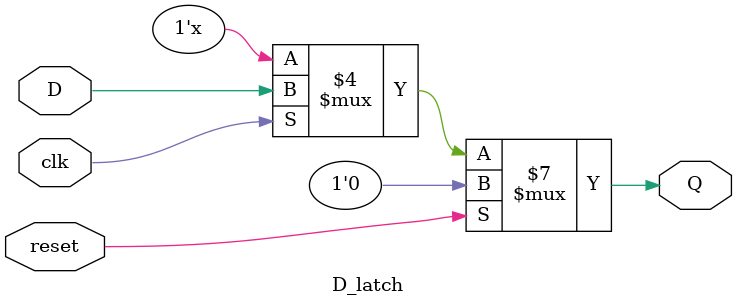
<source format=v>
`timescale 1ns / 1ps

module D_latch(
input clk,reset,
input D,
output reg Q
    );
    
    always @(clk or reset or D)
    begin
    if(reset == 1'b1)
     begin
      Q <= 1'b0;
     end
    else if(clk == 1'b1)
     begin
       Q <= D;
     end
    end
  
endmodule

</source>
